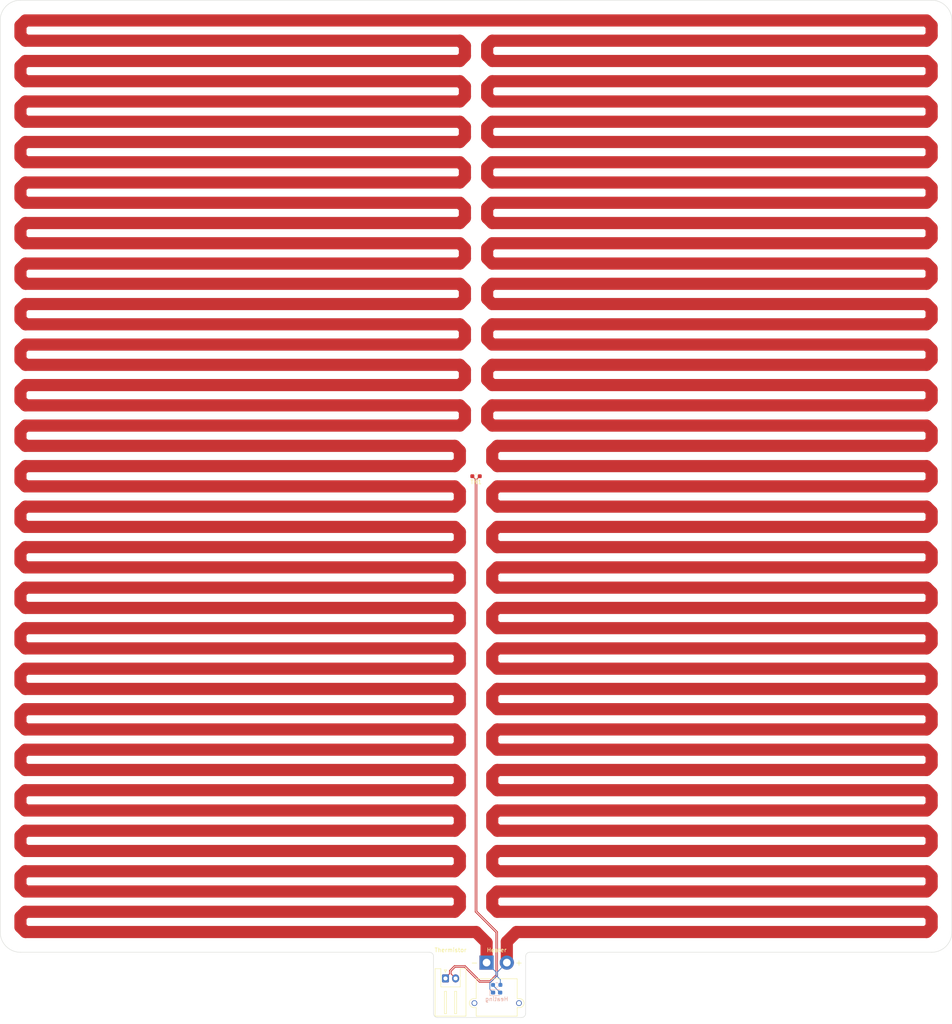
<source format=kicad_pcb>
(kicad_pcb (version 20221018) (generator pcbnew)
  (layers (0 "F.Cu" signal) (31 "B.Cu" signal) (34 "B.Paste" user) (35 "F.Paste" user) (36 "B.SilkS" user "B.Silkscreen") (37 "F.SilkS" user "F.Silkscreen") (38 "B.Mask" user) (39 "F.Mask" user) (44 "Edge.Cuts" user))
  (net 0 "")
  (net 1 "/heater")
  (net 2 "/TH+")
  (net 3 "/TH-")
  (net 4 "Net-(D1-Pad2)")
  (footprint "Connector_JST:JST_XH_S2B-XH-A_1x02_P2.50mm_Horizontal" (layer "F.Cu") (at -7.55 123.95)
    (fp_text reference "J2" hide)
    (fp_text value "Th")
    (fp_line (start -2.56 -2.41) (end -1.14 -2.41) (stroke (width 0.12)) (layer "F.SilkS"))
    (fp_line (start -2.56 9.31) (end -2.56 -2.41) (stroke (width 0.12)) (layer "F.SilkS"))
    (fp_line (start -1.14 -2.41) (end -1.14 2.09) (stroke (width 0.12)) (layer "F.SilkS"))
    (fp_line (start -1.14 2.09) (end 1.25 2.09) (stroke (width 0.12)) (layer "F.SilkS"))
    (fp_line (start -0.3 -2.1) (end 0.3 -2.1) (stroke (width 0.12)) (layer "F.SilkS"))
    (fp_line (start -0.25 3.2) (end -0.25 8.7) (stroke (width 0.12)) (layer "F.SilkS"))
    (fp_line (start -0.25 8.7) (end 0.25 8.7) (stroke (width 0.12)) (layer "F.SilkS"))
    (fp_line (start 0 -1.5) (end -0.3 -2.1) (stroke (width 0.12)) (layer "F.SilkS"))
    (fp_line (start 0.25 3.2) (end -0.25 3.2) (stroke (width 0.12)) (layer "F.SilkS"))
    (fp_line (start 0.25 8.7) (end 0.25 3.2) (stroke (width 0.12)) (layer "F.SilkS"))
    (fp_line (start 0.3 -2.1) (end 0 -1.5) (stroke (width 0.12)) (layer "F.SilkS"))
    (fp_line (start 1.25 9.31) (end -2.56 9.31) (stroke (width 0.12)) (layer "F.SilkS"))
    (fp_line (start 1.25 9.31) (end 5.06 9.31) (stroke (width 0.12)) (layer "F.SilkS"))
    (fp_line (start 2.25 3.2) (end 2.25 8.7) (stroke (width 0.12)) (layer "F.SilkS"))
    (fp_line (start 2.25 8.7) (end 2.75 8.7) (stroke (width 0.12)) (layer "F.SilkS"))
    (fp_line (start 2.75 3.2) (end 2.25 3.2) (stroke (width 0.12)) (layer "F.SilkS"))
    (fp_line (start 2.75 8.7) (end 2.75 3.2) (stroke (width 0.12)) (layer "F.SilkS"))
    (fp_line (start 3.64 -2.41) (end 3.64 2.09) (stroke (width 0.12)) (layer "F.SilkS"))
    (fp_line (start 3.64 2.09) (end 1.25 2.09) (stroke (width 0.12)) (layer "F.SilkS"))
    (fp_line (start 5.06 -2.41) (end 3.64 -2.41) (stroke (width 0.12)) (layer "F.SilkS"))
    (fp_line (start 5.06 9.31) (end 5.06 -2.41) (stroke (width 0.12)) (layer "F.SilkS"))
    (pad "1" thru_hole roundrect (at 0 0) (size 1.7 2) (drill 1) (layers "*.Cu" "*.Mask") (roundrect_rratio 0.1470588235) (net 3 "/TH-"))
    (pad "2" thru_hole oval (at 2.5 0) (size 1.7 2) (drill 1) (layers "*.Cu" "*.Mask") (net 2 "/TH+"))
  )
  (footprint "Resistor_SMD:R_0603_1608Metric_Pad0.98x0.95mm_HandSolder" (layer "F.Cu") (at 0 0 180)
    (fp_text reference "TH1" (at 0 -1.43) (layer "F.SilkS"))
    (fp_text value "Thermistor")
    (fp_line (start -0.254724 -0.5225) (end 0.254724 -0.5225) (stroke (width 0.12)) (layer "F.SilkS"))
    (fp_line (start -0.254724 0.5225) (end 0.254724 0.5225) (stroke (width 0.12)) (layer "F.SilkS"))
    (pad "1" smd roundrect (at -0.9125 0 180) (size 0.975 0.95) (layers "F.Cu" "F.Paste" "F.Mask") (net 2 "/TH+"))
    (pad "2" smd roundrect (at 0.9125 0 180) (size 0.975 0.95) (layers "F.Cu" "F.Paste" "F.Mask") (net 3 "/TH-"))
  )
  (footprint "Connector_AMASS:AMASS_XT30PW-M_1x02_P2.50mm_Horizontal" (layer "F.Cu") (at 2.6 120.05 180)
    (fp_text reference "J1" hide)
    (fp_text value "He")
    (fp_text user "-" (at 3 0) (layer "F.SilkS") (effects (font (size 1.5 1.5))))
    (fp_text user "+" (at -8 0) (layer "F.SilkS") (effects (font (size 1.5 1.5))))
    (fp_line (start -8.15 -11.11) (end -7.56 -11.11) (stroke (width 0.12)) (layer "F.SilkS"))
    (fp_line (start -8.15 -8.89) (end -7.56 -8.89) (stroke (width 0.12)) (layer "F.SilkS"))
    (fp_line (start -7.56 -13.21) (end -7.56 -11.11) (stroke (width 0.12)) (layer "F.SilkS"))
    (fp_line (start -7.56 -13.21) (end 2.56 -13.21) (stroke (width 0.12)) (layer "F.SilkS"))
    (fp_line (start -7.56 -8.89) (end -7.56 -3.99) (stroke (width 0.12)) (layer "F.SilkS"))
    (fp_line (start -7.56 -3.99) (end 2.56 -3.99) (stroke (width 0.12)) (layer "F.SilkS"))
    (fp_line (start 2.56 -13.21) (end 2.56 -11.11) (stroke (width 0.12)) (layer "F.SilkS"))
    (fp_line (start 2.56 -11.11) (end 3.15 -11.11) (stroke (width 0.12)) (layer "F.SilkS"))
    (fp_line (start 2.56 -8.89) (end 2.56 -3.99) (stroke (width 0.12)) (layer "F.SilkS"))
    (fp_line (start 2.56 -8.89) (end 3.15 -8.89) (stroke (width 0.12)) (layer "F.SilkS"))
    (fp_arc (start -8.15 -8.89) (mid -9.26 -10) (end -8.15 -11.11) (stroke (width 0.12)) (layer "F.SilkS"))
    (fp_arc (start 3.15 -11.11) (mid 4.26 -10) (end 3.15 -8.89) (stroke (width 0.12)) (layer "F.SilkS"))
    (pad "" thru_hole circle (at -8 -10 180) (size 1.4 1.4) (drill 1) (layers "*.Cu" "*.Mask"))
    (pad "" thru_hole circle (at 3 -10 180) (size 1.4 1.4) (drill 1) (layers "*.Cu" "*.Mask"))
    (pad "1" thru_hole rect (at 0 0 180) (size 3.5 3.5) (drill 1.9) (layers "*.Cu" "*.Mask") (net 1 "/heater"))
    (pad "2" thru_hole circle (at -5 0 180) (size 3.5 3.5) (drill 1.9) (layers "*.Cu" "*.Mask") (net 1 "/heater"))
  )
  (footprint "LED_SMD:LED_0603_1608Metric_Pad1.05x0.95mm_HandSolder" (layer "B.Cu") (at 5.0775 127.45)
    (fp_text reference "D1" hide)
    (fp_text value "status")
    (fp_line (start -1.66 -0.735) (end 0.8 -0.735) (stroke (width 0.12)) (layer "B.SilkS"))
    (fp_line (start -1.66 0.735) (end -1.66 -0.735) (stroke (width 0.12)) (layer "B.SilkS"))
    (fp_line (start 0.8 0.735) (end -1.66 0.735) (stroke (width 0.12)) (layer "B.SilkS"))
    (pad "1" smd roundrect (at -0.875 0) (size 1.05 0.95) (layers "B.Cu" "B.Paste" "B.Mask") (net 1 "/heater"))
    (pad "2" smd roundrect (at 0.875 0) (size 1.05 0.95) (layers "B.Cu" "B.Paste" "B.Mask") (net 4 "Net-(D1-Pad2)"))
  )
  (footprint "Resistor_SMD:R_0603_1608Metric_Pad0.98x0.95mm_HandSolder" (layer "B.Cu") (at 5.1 125.55 180)
    (fp_text reference "R1" hide)
    (fp_text value "680")
    (fp_line (start -0.254724 -0.5225) (end 0.254724 -0.5225) (stroke (width 0.12)) (layer "B.SilkS"))
    (fp_line (start -0.254724 0.5225) (end 0.254724 0.5225) (stroke (width 0.12)) (layer "B.SilkS"))
    (pad "1" smd roundrect (at -0.9125 0 180) (size 0.975 0.95) (layers "B.Cu" "B.Paste" "B.Mask") (net 1 "/heater"))
    (pad "2" smd roundrect (at 0.9125 0 180) (size 0.975 0.95) (layers "B.Cu" "B.Paste" "B.Mask") (net 4 "Net-(D1-Pad2)"))
  )
  (gr_line (start 117.5 -112.5) (end 117.5 112.5) (stroke (width 0.1)) (layer "Edge.Cuts"))
  (gr_arc (start 12.25 118.5) (mid 12.542893 117.792893) (end 13.25 117.5) (stroke (width 0.1)) (layer "Edge.Cuts"))
  (gr_arc (start -112.5 117.5) (mid -116.035534 116.035534) (end -117.5 112.5) (stroke (width 0.1)) (layer "Edge.Cuts"))
  (gr_arc (start 117.5 112.5) (mid 116.035534 116.035534) (end 112.5 117.5) (stroke (width 0.1)) (layer "Edge.Cuts"))
  (gr_arc (start -9.5 133.6) (mid -10.207107 133.307107) (end -10.5 132.6) (stroke (width 0.1)) (layer "Edge.Cuts"))
  (gr_line (start 13.25 117.5) (end 112.5 117.5) (stroke (width 0.1)) (layer "Edge.Cuts"))
  (gr_arc (start 12.25 132.6) (mid 11.957107 133.307107) (end 11.25 133.6) (stroke (width 0.1)) (layer "Edge.Cuts"))
  (gr_line (start 12.25 132.6) (end 12.25 118.5) (stroke (width 0.1)) (layer "Edge.Cuts"))
  (gr_line (start -9.5 133.6) (end 11.25 133.6) (stroke (width 0.1)) (layer "Edge.Cuts"))
  (gr_arc (start -117.5 -112.5) (mid -116.035534 -116.035534) (end -112.5 -117.5) (stroke (width 0.1)) (layer "Edge.Cuts"))
  (gr_line (start -10.5 118.5) (end -10.5 132.6) (stroke (width 0.1)) (layer "Edge.Cuts"))
  (gr_line (start -112.5 -117.5) (end 112.5 -117.5) (stroke (width 0.1)) (layer "Edge.Cuts"))
  (gr_line (start -117.5 -112.5) (end -117.5 112.5) (stroke (width 0.1)) (layer "Edge.Cuts"))
  (gr_line (start -112.5 117.5) (end -11.5 117.5) (stroke (width 0.1)) (layer "Edge.Cuts"))
  (gr_arc (start 112.5 -117.5) (mid 116.035534 -116.035534) (end 117.5 -112.5) (stroke (width 0.1)) (layer "Edge.Cuts"))
  (gr_arc (start -11.5 117.5) (mid -10.792893 117.792893) (end -10.5 118.5) (stroke (width 0.1)) (layer "Edge.Cuts"))
  (gr_text "Heating" (at 5.1 129.05) (layer "B.SilkS") (effects (font (size 1 1)) (justify mirror)))
  (gr_text "Heater" (at 5.1 116.95) (layer "F.SilkS") (effects (font (size 1 1))))
  (gr_text "Thermistor\n" (at -6.3 116.95) (layer "F.SilkS") (effects (font (size 1 1))))
  (segment (start -112.5 91.249999) (end -111.25 92.499999) (width 3) (layer "F.Cu") (net 1))
  (segment (start 111.25 2.499999) (end 112.5 1.249999) (width 3) (layer "F.Cu") (net 1))
  (segment (start -112.5 18.75) (end -112.5 21.249999) (width 3) (layer "F.Cu") (net 1))
  (segment (start 4 103.75) (end 5.25 102.5) (width 3) (layer "F.Cu") (net 1))
  (segment (start 111.25 22.499999) (end 112.5 21.249999) (width 3) (layer "F.Cu") (net 1))
  (segment (start -112.5 111.249999) (end -111.25 112.499999) (width 3) (layer "F.Cu") (net 1))
  (segment (start -112.5 68.75) (end -112.5 71.249999) (width 3) (layer "F.Cu") (net 1))
  (segment (start 5.25 42.5) (end 111.25 42.499999) (width 3) (layer "F.Cu") (net 1))
  (segment (start 111.25 67.5) (end 5.25 67.5) (width 3) (layer "F.Cu") (net 1))
  (segment (start -112.5 38.75) (end -112.5 41.249999) (width 3) (layer "F.Cu") (net 1))
  (segment (start -4 93.75) (end -4 96.25) (width 3) (layer "F.Cu") (net 1))
  (segment (start -5.25 92.5) (end -4 93.75) (width 3) (layer "F.Cu") (net 1))
  (segment (start -4 46.25) (end -5.25 47.5) (width 3) (layer "F.Cu") (net 1))
  (segment (start -4 63.75) (end -4 66.25) (width 3) (layer "F.Cu") (net 1))
  (segment (start 2.6 115.1) (end 2.6 120.05) (width 3) (layer "F.Cu") (net 1))
  (segment (start -4 -22.5) (end -111.25 -22.5) (width 3) (layer "F.Cu") (net 1))
  (segment (start 111.25 27.5) (end 5.25 27.5) (width 3) (layer "F.Cu") (net 1))
  (segment (start -4 -12.5) (end -111.25 -12.5) (width 3) (layer "F.Cu") (net 1))
  (segment (start 5.25 2.5) (end 111.25 2.499999) (width 3) (layer "F.Cu") (net 1))
  (segment (start 4 106.25) (end 4 103.75) (width 3) (layer "F.Cu") (net 1))
  (segment (start 112.5 -101.25) (end 111.25 -102.5) (width 3) (layer "F.Cu") (net 1))
  (segment (start 112.5 111.249999) (end 112.5 108.75) (width 3) (layer "F.Cu") (net 1))
  (segment (start -2.75 -103.75) (end -4 -102.5) (width 3) (layer "F.Cu") (net 1))
  (segment (start -111.25 -112.5) (end -112.5 -111.25) (width 3) (layer "F.Cu") (net 1))
  (segment (start -2.75 -16.25) (end -2.75 -13.75) (width 3) (layer "F.Cu") (net 1))
  (segment (start 112.5 1.249999) (end 112.5 -1.25) (width 3) (layer "F.Cu") (net 1))
  (segment (start 2.75 -46.25) (end 4 -47.5) (width 3) (layer "F.Cu") (net 1))
  (segment (start 111.25 -87.5) (end 112.5 -88.75) (width 3) (layer "F.Cu") (net 1))
  (segment (start -111.25 -37.5) (end -4 -37.5) (width 3) (layer "F.Cu") (net 1))
  (segment (start -2.75 -93.75) (end -4 -92.5) (width 3) (layer "F.Cu") (net 1))
  (segment (start 112.5 -111.25) (end 111.25 -112.5) (width 3) (layer "F.Cu") (net 1))
  (segment (start -4 -97.5) (end -2.75 -96.25) (width 3) (layer "F.Cu") (net 1))
  (segment (start -112.5 48.75) (end -112.5 51.249999) (width 3) (layer "F.Cu") (net 1))
  (segment (start 112.5 28.75) (end 111.25 27.5) (width 3) (layer "F.Cu") (net 1))
  (segment (start -111.25 112.499999) (end -0.000001 112.499999) (width 3) (layer "F.Cu") (net 1))
  (segment (start 112.5 -28.75) (end 112.5 -31.25) (width 3) (layer "F.Cu") (net 1))
  (segment (start 4 23.75) (end 5.25 22.5) (width 3) (layer "F.Cu") (net 1))
  (segment (start 2.75 -36.25) (end 4 -37.5) (width 3) (layer "F.Cu") (net 1))
  (segment (start -5.25 17.5) (end -111.25 17.5) (width 3) (layer "F.Cu") (net 1))
  (segment (start -0.000001 112.499999) (end 2.6 115.1) (width 3) (layer "F.Cu") (net 1))
  (segment (start 111.25 -72.5) (end 4 -72.5) (width 3) (layer "F.Cu") (net 1))
  (segment (start 112.5 8.75) (end 111.25 7.5) (width 3) (layer "F.Cu") (net 1))
  (segment (start -111.25 -27.5) (end -4 -27.5) (width 3) (layer "F.Cu") (net 1))
  (segment (start -112.5 -8.75) (end -111.25 -7.5) (width 3) (layer "F.Cu") (net 1))
  (segment (start 2.75 -96.25) (end 4 -97.5) (width 3) (layer "F.Cu") (net 1))
  (segment (start -5.25 47.5) (end -111.25 47.5) (width 3) (layer "F.Cu") (net 1))
  (segment (start 111.25 37.5) (end 5.25 37.5) (width 3) (layer "F.Cu") (net 1))
  (segment (start 112.5 -81.25) (end 111.25 -82.5) (width 3) (layer "F.Cu") (net 1))
  (segment (start 5.25 92.5) (end 111.25 92.499999) (width 3) (layer "F.Cu") (net 1))
  (segment (start 4 -42.5) (end 2.75 -43.75) (width 3) (layer "F.Cu") (net 1))
  (segment (start -112.5 -78.75) (end -111.25 -77.5) (width 3) (layer "F.Cu") (net 1))
  (segment (start -112.5 51.249999) (end -111.25 52.499999) (width 3) (layer "F.Cu") (net 1))
  (segment (start -112.5 78.75) (end -112.5 81.249999) (width 3) (layer "F.Cu") (net 1))
  (segment (start -4 -92.5) (end -111.25 -92.5) (width 3) (layer "F.Cu") (net 1))
  (segment (start -112.5 108.75) (end -112.5 111.249999) (width 3) (layer "F.Cu") (net 1))
  (segment (start -5.25 2.5) (end -4 3.75) (width 3) (layer "F.Cu") (net 1))
  (segment (start -112.5 98.75) (end -112.5 101.249999) (width 3) (layer "F.Cu") (net 1))
  (segment (start 112.5 -78.75) (end 112.5 -81.25) (width 3) (layer "F.Cu") (net 1))
  (segment (start 111.25 -2.5) (end 5.25 -2.5) (width 3) (layer "F.Cu") (net 1))
  (segment (start 4 93.75) (end 5.25 92.5) (width 3) (layer "F.Cu") (net 1))
  (segment (start 112.5 -68.75) (end 112.5 -71.25) (width 3) (layer "F.Cu") (net 1))
  (segment (start -111.25 -42.5) (end -112.5 -41.25) (width 3) (layer "F.Cu") (net 1))
  (segment (start 4 -37.5) (end 111.25 -37.5) (width 3) (layer "F.Cu") (net 1))
  (segment (start -112.5 -28.75) (end -111.25 -27.5) (width 3) (layer "F.Cu") (net 1))
  (segment (start -5.25 52.5) (end -4 53.75) (width 3) (layer "F.Cu") (net 1))
  (segment (start -111.25 -17.5) (end -4 -17.5) (width 3) (layer "F.Cu") (net 1))
  (segment (start 111.25 -92.5) (end 4 -92.5) (width 3) (layer "F.Cu") (net 1))
  (segment (start -5.25 32.5) (end -4 33.75) (width 3) (layer "F.Cu") (net 1))
  (segment (start -5.250001 62.499999) (end -4 63.75) (width 3) (layer "F.Cu") (net 1))
  (segment (start 112.5 101.249999) (end 112.5 98.75) (width 3) (layer "F.Cu") (net 1))
  (segment (start -111.25 -107.5) (end -4 -107.5) (width 3) (layer "F.Cu") (net 1))
  (segment (start 4 -72.5) (end 2.75 -73.75) (width 3) (layer "F.Cu") (net 1))
  (segment (start 112.5 -71.25) (end 111.25 -72.5) (width 3) (layer "F.Cu") (net 1))
  (segment (start 2.75 -33.75) (end 2.75 -36.25) (width 3) (layer "F.Cu") (net 1))
  (segment (start -5.25 7.5) (end -111.25 7.5) (width 3) (layer "F.Cu") (net 1))
  (segment (start 4 63.75) (end 5.250001 62.499999) (width 3) (layer "F.Cu") (net 1))
  (segment (start -4 -37.5) (end -2.75 -36.25) (width 3) (layer "F.Cu") (net 1))
  (segment (start -4 76.25) (end -5.25 77.5) (width 3) (layer "F.Cu") (net 1))
  (segment (start -112.5 81.249999) (end -111.25 82.499999) (width 3) (layer "F.Cu") (net 1))
  (segment (start 4 -92.5) (end 2.75 -93.75) (width 3) (layer "F.Cu") (net 1))
  (segment (start 4 -22.5) (end 2.75 -23.75) (width 3) (layer "F.Cu") (net 1))
  (segment (start 111.25 87.5) (end 5.25 87.5) (width 3) (layer "F.Cu") (net 1))
  (segment (start 4 33.75) (end 5.25 32.5) (width 3) (layer "F.Cu") (net 1))
  (segment (start -4 13.75) (end -4 16.25) (width 3) (layer "F.Cu") (net 1))
  (segment (start -112.5 -21.25) (end -112.5 -18.75) (width 3) (layer "F.Cu") (net 1))
  (segment (start 2.75 -73.75) (end 2.75 -76.25) (width 3) (layer "F.Cu") (net 1))
  (segment (start -111.25 -47.5) (end -4 -47.5) (width 3) (layer "F.Cu") (net 1))
  (segment (start 112.5 -61.25) (end 111.25 -62.5) (width 3) (layer "F.Cu") (net 1))
  (segment (start 4 86.25) (end 4 83.75) (width 3) (layer "F.Cu") (net 1))
  (segment (start -4 103.75) (end -4 106.25) (width 3) (layer "F.Cu") (net 1))
  (segment (start 4 -87.5) (end 111.25 -87.5) (width 3) (layer "F.Cu") (net 1))
  (segment (start -111.25 82.499999) (end -5.25 82.5) (width 3) (layer "F.Cu") (net 1))
  (segment (start -4 -62.5) (end -111.25 -62.5) (width 3) (layer "F.Cu") (net 1))
  (segment (start -5.25 77.5) (end -111.25 77.5) (width 3) (layer "F.Cu") (net 1))
  (segment (start -111.25 107.5) (end -112.5 108.75) (width 3) (layer "F.Cu") (net 1))
  (segment (start 5.25 -7.5) (end 111.25 -7.5) (width 3) (layer "F.Cu") (net 1))
  (segment (start 2.75 -63.75) (end 2.75 -66.25) (width 3) (layer "F.Cu") (net 1))
  (segment (start 2.75 -56.25) (end 4 -57.5) (width 3) (layer "F.Cu") (net 1))
  (segment (start 112.5 58.75) (end 111.25 57.5) (width 3) (layer "F.Cu") (net 1))
  (segment (start -111.25 42.499999) (end -5.25 42.5) (width 3) (layer "F.Cu") (net 1))
  (segment (start 5.25 12.5) (end 111.25 12.499999) (width 3) (layer "F.Cu") (net 1))
  (segment (start 112.5 68.75) (end 111.25 67.5) (width 3) (layer "F.Cu") (net 1))
  (segment (start -112.5 -108.75) (end -111.25 -107.5) (width 3) (layer "F.Cu") (net 1))
  (segment (start 112.5 21.249999) (end 112.5 18.75) (width 3) (layer "F.Cu") (net 1))
  (segment (start -4 -6.25) (end -4 -3.75) (width 3) (layer "F.Cu") (net 1))
  (segment (start -111.25 92.499999) (end -5.25 92.5) (width 3) (layer "F.Cu") (net 1))
  (segment (start 112.5 -11.25) (end 111.25 -12.5) (width 3) (layer "F.Cu") (net 1))
  (segment (start -5.25 -2.5) (end -111.25 -2.5) (width 3) (layer "F.Cu") (net 1))
  (segment (start 5.25 107.5) (end 4 106.25) (width 3) (layer "F.Cu") (net 1))
  (segment (start 5.25 72.5) (end 111.25 72.499999) (width 3) (layer "F.Cu") (net 1))
  (segment (start -2.75 -56.25) (end -2.75 -53.75) (width 3) (layer "F.Cu") (net 1))
  (segment (start 4 96.25) (end 4 93.75) (width 3) (layer "F.Cu") (net 1))
  (segment (start -112.5 -38.75) (end -111.25 -37.5) (width 3) (layer "F.Cu") (net 1))
  (segment (start 10.000001 112.499999) (end 111.25 112.499999) (width 3) (layer "F.Cu") (net 1))
  (segment (start -5.25 12.5) (end -4 13.75) (width 3) (layer "F.Cu") (net 1))
  (segment (start -111.25 -77.5) (end -4 -77.5) (width 3) (layer "F.Cu") (net 1))
  (segment (start 111.25 107.5) (end 5.25 107.5) (width 3) (layer "F.Cu") (net 1))
  (segment (start -112.5 -88.75) (end -111.25 -87.5) (width 3) (layer "F.Cu") (net 1))
  (segment (start -112.5 -51.25) (end -112.5 -48.75) (width 3) (layer "F.Cu") (net 1))
  (segment (start 4 26.25) (end 4 23.75) (width 3) (layer "F.Cu") (net 1))
  (segment (start 5.25 32.5) (end 111.25 32.499999) (width 3) (layer "F.Cu") (net 1))
  (segment (start 4 -67.5) (end 111.25 -67.5) (width 3) (layer "F.Cu") (net 1))
  (segment (start -112.5 -68.75) (end -111.25 -67.5) (width 3) (layer "F.Cu") (net 1))
  (segment (start 5.25 97.5) (end 4 96.25) (width 3) (layer "F.Cu") (net 1))
  (segment (start -111.25 32.499999) (end -5.25 32.5) (width 3) (layer "F.Cu") (net 1))
  (segment (start 112.5 -31.25) (end 111.25 -32.5) (width 3) (layer "F.Cu") (net 1))
  (segment (start -111.25 72.499999) (end -5.25 72.5) (width 3) (layer "F.Cu") (net 1))
  (segment (start -4 -82.5) (end -111.25 -82.5) (width 3) (layer "F.Cu") (net 1))
  (segment (start -111.25 2.499999) (end -5.25 2.5) (width 3) (layer "F.Cu") (net 1))
  (segment (start -111.25 77.5) (end -112.5 78.75) (width 3) (layer "F.Cu") (net 1))
  (segment (start -112.5 8.75) (end -112.5 11.249999) (width 3) (layer "F.Cu") (net 1))
  (segment (start 4 66.25) (end 4 63.75) (width 3) (layer "F.Cu") (net 1))
  (segment (start 111.25 47.5) (end 5.25 47.5) (width 3) (layer "F.Cu") (net 1))
  (segment (start -4 26.25) (end -5.25 27.5) (width 3) (layer "F.Cu") (net 1))
  (segment (start -111.25 12.499999) (end -5.25 12.5) (width 3) (layer "F.Cu") (net 1))
  (segment (start -4 -47.5) (end -2.75 -46.25) (width 3) (layer "F.Cu") (net 1))
  (segment (start -5.25 37.5) (end -111.25 37.5) (width 3) (layer "F.Cu") (net 1))
  (segment (start 112.5 18.75) (end 111.25 17.5) (width 3) (layer "F.Cu") (net 1))
  (segment (start 111.25 12.499999) (end 112.5 11.249999) (width 3) (layer "F.Cu") (net 1))
  (segment (start 112.5 81.249999) (end 112.5 78.75) (width 3) (layer "F.Cu") (net 1))
  (segment (start -111.25 52.499999) (end -5.25 52.5) (width 3) (layer "F.Cu") (net 1))
  (segment (start -111.25 17.5) (end -112.5 18.75) (width 3) (layer "F.Cu") (net 1))
  (segment (start 112.5 98.75) (end 111.25 97.5) (width 3) (layer "F.Cu") (net 1))
  (segment (start -111.25 -92.5) (end -112.5 -91.25) (width 3) (layer "F.Cu") (net 1))
  (segment (start 111.25 112.499999) (end 112.5 111.249999) (width 3) (layer "F.Cu") (net 1))
  (segment (start 112.5 108.75) (end 111.25 107.5) (width 3) (layer "F.Cu") (net 1))
  (segment (start 5.25 47.5) (end 4 46.25) (width 3) (layer "F.Cu") (net 1))
  (segment (start 112.5 38.75) (end 111.25 37.5) (width 3) (layer "F.Cu") (net 1))
  (segment (start 112.5 -1.25) (end 111.25 -2.5) (width 3) (layer "F.Cu") (net 1))
  (segment (start 5.25 22.5) (end 111.25 22.499999) (width 3) (layer "F.Cu") (net 1))
  (segment (start 2.75 -86.25) (end 4 -87.5) (width 3) (layer "F.Cu") (net 1))
  (segment (start -112.5 28.75) (end -112.5 31.249999) (width 3) (layer "F.Cu") (net 1))
  (segment (start -112.5 -58.75) (end -111.25 -57.5) (width 3) (layer "F.Cu") (net 1))
  (segment (start -112.5 1.249999) (end -111.25 2.499999) (width 3) (layer "F.Cu") (net 1))
  (segment (start 111.25 -27.5) (end 112.5 -28.75) (width 3) (layer "F.Cu") (net 1))
  (segment (start -2.75 -33.75) (end -4 -32.5) (width 3) (layer "F.Cu") (net 1))
  (segment (start 111.25 -42.5) (end 4 -42.5) (width 3) (layer "F.Cu") (net 1))
  (segment (start 4 46.25) (end 4 43.75) (width 3) (layer "F.Cu") (net 1))
  (segment (start 4 16.25) (end 4 13.75) (width 3) (layer "F.Cu") (net 1))
  (segment (start -112.5 -101.25) (end -112.5 -98.75) (width 3) (layer "F.Cu") (net 1))
  (segment (start -112.5 71.249999) (end -111.25 72.499999) (width 3) (layer "F.Cu") (net 1))
  (segment (start 4 -17.5) (end 111.25 -17.5) (width 3) (layer "F.Cu") (net 1))
  (segment (start 111.25 -102.5) (end 4 -102.5) (width 3) (layer "F.Cu") (net 1))
  (segment (start 4 -57.5) (end 111.25 -57.5) (width 3) (layer "F.Cu") (net 1))
  (segment (start 2.75 -76.25) (end 4 -77.5) (width 3) (layer "F.Cu") (net 1))
  (segment (start -2.75 -106.25) (end -2.75 -103.75) (width 3) (layer "F.Cu") (net 1))
  (segment (start 112.5 91.249999) (end 112.5 88.75) (width 3) (layer "F.Cu") (net 1))
  (segment (start 4 3.75) (end 5.25 2.5) (width 3) (layer "F.Cu") (net 1))
  (segment (start -111.25 -32.5) (end -112.5 -31.25) (width 3) (layer "F.Cu") (net 1))
  (segment (start -4 -27.5) (end -2.75 -26.25) (width 3) (layer "F.Cu") (net 1))
  (segment (start 111.25 -112.5) (end -111.25 -112.5) (width 3) (layer "F.Cu") (net 1))
  (segment (start -2.75 -53.75) (end -4 -52.5) (width 3) (layer "F.Cu") (net 1))
  (segment (start 111.25 -67.5) (end 112.5 -68.75) (width 3) (layer "F.Cu") (net 1))
  (segment (start -112.5 -41.25) (end -112.5 -38.75) (width 3) (layer "F.Cu") (net 1))
  (segment (start -5.25 67.5) (end -111.25 67.5) (width 3) (layer "F.Cu") (net 1))
  (segment (start 4 -107.5) (end 111.25 -107.5) (width 3) (layer "F.Cu") (net 1))
  (segment (start -112.5 -48.75) (end -111.25 -47.5) (width 3) (layer "F.Cu") (net 1))
  (segment (start 111.25 52.499999) (end 112.5 51.249999) (width 3) (layer "F.Cu") (net 1))
  (segment (start -5.25 87.5) (end -111.25 87.5) (width 3) (layer "F.Cu") (net 1))
  (segment (start -111.25 7.5) (end -112.5 8.75) (width 3) (layer "F.Cu") (net 1))
  (segment (start -5.25 97.5) (end -111.25 97.5) (width 3) (layer "F.Cu") (net 1))
  (segment (start 112.5 61.249999) (end 112.5 58.75) (width 3) (layer "F.Cu") (net 1))
  (segment (start 112.5 88.75) (end 111.25 87.5) (width 3) (layer "F.Cu") (net 1))
  (segment (start -2.75 -46.25) (end -2.75 -43.75) (width 3) (layer "F.Cu") (net 1))
  (segment (start 5.25 67.5) (end 4 66.25) (width 3) (layer "F.Cu") (net 1))
  (segment (start 112.5 -51.25) (end 111.25 -52.5) (width 3) (layer "F.Cu") (net 1))
  (segment (start 111.25 72.499999) (end 112.5 71.249999) (width 3) (layer "F.Cu") (net 1))
  (segment (start -4 -42.5) (end -111.25 -42.5) (width 3) (layer "F.Cu") (net 1))
  (segment (start 112.5 41.249999) (end 112.5 38.75) (width 3) (layer "F.Cu") (net 1))
  (segment (start 4 -62.5) (end 2.75 -63.75) (width 3) (layer "F.Cu") (net 1))
  (segment (start -112.5 21.249999) (end -111.25 22.499999) (width 3) (layer "F.Cu") (net 1))
  (segment (start 111.25 57.5) (end 5.25 57.5) (width 3) (layer "F.Cu") (net 1))
  (segment (start 4 -27.5) (end 111.25 -27.5) (width 3) (layer "F.Cu") (net 1))
  (segment (start -111.25 37.5) (end -112.5 38.75) (width 3) (layer "F.Cu") (net 1))
  (segment (start 111.25 97.5) (end 5.25 97.5) (width 3) (layer "F.Cu") (net 1))
  (segment (start -5.25 -7.5) (end -4 -6.25) (width 3) (layer "F.Cu") (net 1))
  (segment (start 4 -32.5) (end 2.75 -33.75) (width 3) (layer "F.Cu") (net 1))
  (segment (start -2.75 -83.75) (end -4 -82.5) (width 3) (layer "F.Cu") (net 1))
  (segment (start -4 -72.5) (end -111.25 -72.5) (width 3) (layer "F.Cu") (net 1))
  (segment (start 4 -102.5) (end 2.75 -103.75) (width 3) (layer "F.Cu") (net 1))
  (segment (start 4 76.25) (end 4 73.75) (width 3) (layer "F.Cu") (net 1))
  (segment (start 2.75 -26.25) (end 4 -27.5) (width 3) (layer "F.Cu") (net 1))
  (segment (start 4 73.75) (end 5.25 72.5) (width 3) (layer "F.Cu") (net 1))
  (segment (start -111.25 -22.5) (end -112.5 -21.25) (width 3) (layer "F.Cu") (net 1))
  (segment (start -111.25 -62.5) (end -112.5 -61.25) (width 3) (layer "F.Cu") (net 1))
  (segment (start 111.25 -62.5) (end 4 -62.5) (width 3) (layer "F.Cu") (net 1))
  (segment (start 5.25 82.5) (end 111.25 82.499999) (width 3) (layer "F.Cu") (net 1))
  (segment (start -2.75 -23.75) (end -4 -22.5) (width 3) (layer "F.Cu") (net 1))
  (segment (start 112.5 -58.75) (end 112.5 -61.25) (width 3) (layer "F.Cu") (net 1))
  (segment (start -111.25 27.5) (end -112.5 28.75) (width 3) (layer "F.Cu") (net 1))
  (segment (start 112.5 71.249999) (end 112.5 68.75) (width 3) (layer "F.Cu") (net 1))
  (segment (start 2.75 -93.75) (end 2.75 -96.25) (width 3) (layer "F.Cu") (net 1))
  (segment (start 111.25 -7.5) (end 112.5 -8.75) (width 3) (layer "F.Cu") (net 1))
  (segment (start -4 73.75) (end -4 76.25) (width 3) (layer "F.Cu") (net 1))
  (segment (start 4 36.25) (end 4 33.75) (width 3) (layer "F.Cu") (net 1))
  (segment (start 4 -82.5) (end 2.75 -83.75) (width 3) (layer "F.Cu") (net 1))
  (segment (start 4 43.75) (end 5.25 42.5) (width 3) (layer "F.Cu") (net 1))
  (segment (start 7.6 114.9) (end 10.000001 112.499999) (width 3) (layer "F.Cu") (net 1))
  (segment (start 4 -77.5) (end 111.25 -77.5) (width 3) (layer "F.Cu") (net 1))
  (segment (start -2.75 -43.75) (end -4 -42.5) (width 3) (layer "F.Cu") (net 1))
  (segment (start 5.25 17.5) (end 4 16.25) (width 3) (layer "F.Cu") (net 1))
  (segment (start -112.5 -71.25) (end -112.5 -68.75) (width 3) (layer "F.Cu") (net 1))
  (segment (start 112.5 -91.25) (end 111.25 -92.5) (width 3) (layer "F.Cu") (net 1))
  (segment (start 111.25 7.5) (end 5.25 7.5) (width 3) (layer "F.Cu") (net 1))
  (segment (start -4 56.25) (end -5.25 57.5) (width 3) (layer "F.Cu") (net 1))
  (segment (start -2.75 -13.75) (end -4 -12.5) (width 3) (layer "F.Cu") (net 1))
  (segment (start -111.25 -72.5) (end -112.5 -71.25) (width 3) (layer "F.Cu") (net 1))
  (segment (start -111.25 -12.5) (end -112.5 -11.25) (width 3) (layer "F.Cu") (net 1))
  (segment (start -4 23.75) (end -4 26.25) (width 3) (layer "F.Cu") (net 1))
  (segment (start 112.5 51.249999) (end 112.5 48.75) (width 3) (layer "F.Cu") (net 1))
  (segment (start -4 -102.5) (end -111.25 -102.5) (width 3) (layer "F.Cu") (net 1))
  (segment (start -111.25 87.5) (end -112.5 88.75) (width 3) (layer "F.Cu") (net 1))
  (segment (start 111.25 62.499999) (end 112.5 61.249999) (width 3) (layer "F.Cu") (net 1))
  (segment (start -111.25 -97.5) (end -4 -97.5) (width 3) (layer "F.Cu") (net 1))
  (segment (start 111.25 -107.5) (end 112.5 -108.75) (width 3) (layer "F.Cu") (net 1))
  (segment (start -5.25 82.5) (end -4 83.75) (width 3) (layer "F.Cu") (net 1))
  (segment (start -4 -87.5) (end -2.75 -86.25) (width 3) (layer "F.Cu") (net 1))
  (segment (start -111.25 47.5) (end -112.5 48.75) (width 3) (layer "F.Cu") (net 1))
  (segment (start 4 -3.75) (end 4 -6.25) (width 3) (layer "F.Cu") (net 1))
  (segment (start -2.75 -86.25) (end -2.75 -83.75) (width 3) (layer "F.Cu") (net 1))
  (segment (start 111.25 -82.5) (end 4 -82.5) (width 3) (layer "F.Cu") (net 1))
  (segment (start -4 86.25) (end -5.25 87.5) (width 3) (layer "F.Cu") (net 1))
  (segment (start -4 -52.5) (end -111.25 -52.5) (width 3) (layer "F.Cu") (net 1))
  (segment (start -112.5 -111.25) (end -112.5 -108.75) (width 3) (layer "F.Cu") (net 1))
  (segment (start -111.25 102.499999) (end -5.25 102.5) (width 3) (layer "F.Cu") (net 1))
  (segment (start -4 -77.5) (end -2.75 -76.25) (width 3) (layer "F.Cu") (net 1))
  (segment (start -112.5 11.249999) (end -111.25 12.499999) (width 3) (layer "F.Cu") (net 1))
  (segment (start -112.5 31.249999) (end -111.25 32.499999) (width 3) (layer "F.Cu") (net 1))
  (segment (start 112.5 -98.75) (end 112.5 -101.25) (width 3) (layer "F.Cu") (net 1))
  (segment (start 4 56.25) (end 4 53.75) (width 3) (layer "F.Cu") (net 1))
  (segment (start -111.25 57.5) (end -112.5 58.75) (width 3) (layer "F.Cu") (net 1))
  (segment (start 5.25 7.5) (end 4 6.25) (width 3) (layer "F.Cu") (net 1))
  (segment (start 2.75 -16.25) (end 4 -17.5) (width 3) (layer "F.Cu") (net 1))
  (segment (start 112.5 31.249999) (end 112.5 28.75) (width 3) (layer "F.Cu") (net 1))
  (segment (start 2.75 -53.75) (end 2.75 -56.25) (width 3) (layer "F.Cu") (net 1))
  (segment (start -111.25 -52.5) (end -112.5 -51.25) (width 3) (layer "F.Cu") (net 1))
  (segment (start -111.25 -102.5) (end -112.5 -101.25) (width 3) (layer "F.Cu") (net 1))
  (segment (start -2.75 -36.25) (end -2.75 -33.75) (width 3) (layer "F.Cu") (net 1))
  (segment (start -5.25 57.5) (end -111.25 57.5) (width 3) (layer "F.Cu") (net 1))
  (segment (start 2.75 -43.75) (end 2.75 -46.25) (width 3) (layer "F.Cu") (net 1))
  (segment (start -112.5 -81.25) (end -112.5 -78.75) (width 3) (layer "F.Cu") (net 1))
  (segment (start -111.25 -2.5) (end -112.5 -1.25) (width 3) (layer "F.Cu") (net 1))
  (segment (start 2.75 -66.25) (end 4 -67.5) (width 3) (layer "F.Cu") (net 1))
  (segment (start -112.5 -61.25) (end -112.5 -58.75) (width 3) (layer "F.Cu") (net 1))
  (segment (start -4 -57.5) (end -2.75 -56.25) (width 3) (layer "F.Cu") (net 1))
  (segment (start 111.25 17.5) (end 5.25 17.5) (width 3) (layer "F.Cu") (net 1))
  (segment (start 5.25 -2.5) (end 4 -3.75) (width 3) (layer "F.Cu") (net 1))
  (segment (start -112.5 -18.75) (end -111.25 -17.5) (width 3) (layer "F.Cu") (net 1))
  (segment (start -5.25 107.5) (end -111.25 107.5) (width 3) (layer "F.Cu") (net 1))
  (segment (start -4 -67.5) (end -2.75 -66.25) (width 3) (layer "F.Cu") (net 1))
  (segment (start -112.5 -91.25) (end -112.5 -88.75) (width 3) (layer "F.Cu") (net 1))
  (segment (start -4 36.25) (end -5.25 37.5) (width 3) (layer "F.Cu") (net 1))
  (segment (start -4 43.75) (end -4 46.25) (width 3) (layer "F.Cu") (net 1))
  (segment (start 111.25 -97.5) (end 112.5 -98.75) (width 3) (layer "F.Cu") (net 1))
  (segment (start 2.75 -106.25) (end 4 -107.5) (width 3) (layer "F.Cu") (net 1))
  (segment (start 111.25 42.499999) (end 112.5 41.249999) (width 3) (layer "F.Cu") (net 1))
  (segment (start -5.25 22.5) (end -4 23.75) (width 3) (layer "F.Cu") (net 1))
  (segment (start 2.75 -103.75) (end 2.75 -106.25) (width 3) (layer "F.Cu") (net 1))
  (segment (start 4 -47.5) (end 111.25 -47.5) (width 3) (layer "F.Cu") (net 1))
  (segment (start 111.25 -52.5) (end 4 -52.5) (width 3) (layer "F.Cu") (net 1))
  (segment (start -111.25 62.499999) (end -5.250001 62.499999) (width 3) (layer "F.Cu") (net 1))
  (segment (start 5.25 57.5) (end 4 56.25) (width 3) (layer "F.Cu") (net 1))
  (segment (start -5.25 27.5) (end -111.25 27.5) (width 3) (layer "F.Cu") (net 1))
  (segment (start 2.75 -23.75) (end 2.75 -26.25) (width 3) (layer "F.Cu") (net 1))
  (segment (start -4 33.75) (end -4 36.25) (width 3) (layer "F.Cu") (net 1))
  (segment (start 112.5 -41.25) (end 111.25 -42.5) (width 3) (layer "F.Cu") (net 1))
  (segment (start 111.25 -22.5) (end 4 -22.5) (width 3) (layer "F.Cu") (net 1))
  (segment (start -4 53.75) (end -4 56.25) (width 3) (layer "F.Cu") (net 1))
  (segment (start -4 66.25) (end -5.25 67.5) (width 3) (layer "F.Cu") (net 1))
  (segment (start -111.25 67.5) (end -112.5 68.75) (width 3) (layer "F.Cu") (net 1))
  (segment (start 4 -97.5) (end 111.25 -97.5) (width 3) (layer "F.Cu") (net 1))
  (segment (start 5.25 77.5) (end 4 76.25) (width 3) (layer "F.Cu") (net 1))
  (segment (start 111.25 -37.5) (end 112.5 -38.75) (width 3) (layer "F.Cu") (net 1))
  (segment (start -2.75 -63.75) (end -4 -62.5) (width 3) (layer "F.Cu") (net 1))
  (segment (start 111.25 82.499999) (end 112.5 81.249999) (width 3) (layer "F.Cu") (net 1))
  (segment (start -4 6.25) (end -5.25 7.5) (width 3) (layer "F.Cu") (net 1))
  (segment (start 112.5 78.75) (end 111.25 77.5) (width 3) (layer "F.Cu") (net 1))
  (segment (start -112.5 -1.25) (end -112.5 1.249999) (width 3) (layer "F.Cu") (net 1))
  (segment (start 112.5 -18.75) (end 112.5 -21.25) (width 3) (layer "F.Cu") (net 1))
  (segment (start -5.25 72.5) (end -4 73.75) (width 3) (layer "F.Cu") (net 1))
  (segment (start 111.25 -57.5) (end 112.5 -58.75) (width 3) (layer "F.Cu") (net 1))
  (segment (start 111.25 32.499999) (end 112.5 31.249999) (width 3) (layer "F.Cu") (net 1))
  (segment (start -111.25 -82.5) (end -112.5 -81.25) (width 3) (layer "F.Cu") (net 1))
  (segment (start 111.25 -77.5) (end 112.5 -78.75) (width 3) (layer "F.Cu") (net 1))
  (segment (start 4 13.75) (end 5.25 12.5) (width 3) (layer "F.Cu") (net 1))
  (segment (start -111.25 22.499999) (end -5.25 22.5) (width 3) (layer "F.Cu") (net 1))
  (segment (start -112.5 -31.25) (end -112.5 -28.75) (width 3) (layer "F.Cu") (net 1))
  (segment (start -2.75 -76.25) (end -2.75 -73.75) (width 3) (layer "F.Cu") (net 1))
  (segment (start 4 53.75) (end 5.25 52.5) (width 3) (layer "F.Cu") (net 1))
  (segment (start -111.25 97.5) (end -112.5 98.75) (width 3) (layer "F.Cu") (net 1))
  (segment (start -4 -3.75) (end -5.25 -2.5) (width 3) (layer "F.Cu") (net 1))
  (segment (start 2.75 -13.75) (end 2.75 -16.25) (width 3) (layer "F.Cu") (net 1))
  (segment (start -4 -17.5) (end -2.75 -16.25) (width 3) (layer "F.Cu") (net 1))
  (segment (start -4 106.25) (end -5.25 107.5) (width 3) (layer "F.Cu") (net 1))
  (segment (start -2.75 -26.25) (end -2.75 -23.75) (width 3) (layer "F.Cu") (net 1))
  (segment (start 5.25 87.5) (end 4 86.25) (width 3) (layer "F.Cu") (net 1))
  (segment (start 112.5 -88.75) (end 112.5 -91.25) (width 3) (layer "F.Cu") (net 1))
  (segment (start -111.25 -57.5) (end -4 -57.5) (width 3) (layer "F.Cu") (net 1))
  (segment (start 5.25 37.5) (end 4 36.25) (width 3) (layer "F.Cu") (net 1))
  (segment (start -112.5 101.249999) (end -111.25 102.499999) (width 3) (layer "F.Cu") (net 1))
  (segment (start 5.25 27.5) (end 4 26.25) (width 3) (layer "F.Cu") (net 1))
  (segment (start 4 -12.5) (end 2.75 -13.75) (width 3) (layer "F.Cu") (net 1))
  (segment (start 112.5 -38.75) (end 112.5 -41.25) (width 3) (layer "F.Cu") (net 1))
  (segment (start 112.5 -8.75) (end 112.5 -11.25) (width 3) (layer "F.Cu") (net 1))
  (segment (start 111.25 92.499999) (end 112.5 91.249999) (width 3) (layer "F.Cu") (net 1))
  (segment (start 112.5 11.249999) (end 112.5 8.75) (width 3) (layer "F.Cu") (net 1))
  (segment (start -4 16.25) (end -5.25 17.5) (width 3) (layer "F.Cu") (net 1))
  (segment (start 112.5 -21.25) (end 111.25 -22.5) (width 3) (layer "F.Cu") (net 1))
  (segment (start -112.5 58.75) (end -112.5 61.249999) (width 3) (layer "F.Cu") (net 1))
  (segment (start 111.25 77.5) (end 5.25 77.5) (width 3) (layer "F.Cu") (net 1))
  (segment (start -4 3.75) (end -4 6.25) (width 3) (layer "F.Cu") (net 1))
  (segment (start 7.6 114.9) (end 7.6 120.05) (width 3) (layer "F.Cu") (net 1))
  (segment (start -112.5 41.249999) (end -111.25 42.499999) (width 3) (layer "F.Cu") (net 1))
  (segment (start -4 -32.5) (end -111.25 -32.5) (width 3) (layer "F.Cu") (net 1))
  (segment (start 5.25 102.5) (end 111.25 102.499999) (width 3) (layer "F.Cu") (net 1))
  (segment (start -2.75 -73.75) (end -4 -72.5) (width 3) (layer "F.Cu") (net 1))
  (segment (start -4 83.75) (end -4 86.25) (width 3) (layer "F.Cu") (net 1))
  (segment (start -2.75 -96.25) (end -2.75 -93.75) (width 3) (layer "F.Cu") (net 1))
  (segment (start -2.75 -66.25) (end -2.75 -63.75) (width 3) (layer "F.Cu") (net 1))
  (segment (start -111.25 -7.5) (end -5.25 -7.5) (width 3) (layer "F.Cu") (net 1))
  (segment (start -5.25 102.5) (end -4 103.75) (width 3) (layer "F.Cu") (net 1))
  (segment (start 111.25 -12.5) (end 4 -12.5) (width 3) (layer "F.Cu") (net 1))
  (segment (start -4 -107.5) (end -2.75 -106.25) (width 3) (layer "F.Cu") (net 1))
  (segment (start 111.25 -17.5) (end 112.5 -18.75) (width 3) (layer "F.Cu") (net 1))
  (segment (start -5.25 42.5) (end -4 43.75) (width 3) (layer "F.Cu") (net 1))
  (segment (start 112.5 48.75) (end 111.25 47.5) (width 3) (layer "F.Cu") (net 1))
  (segment (start -111.25 -87.5) (end -4 -87.5) (width 3) (layer "F.Cu") (net 1))
  (segment (start 112.5 -48.75) (end 112.5 -51.25) (width 3) (layer "F.Cu") (net 1))
  (segment (start 111.25 -32.5) (end 4 -32.5) (width 3) (layer "F.Cu") (net 1))
  (segment (start -112.5 -11.25) (end -112.5 -8.75) (width 3) (layer "F.Cu") (net 1))
  (segment (start 112.5 -108.75) (end 112.5 -111.25) (width 3) (layer "F.Cu") (net 1))
  (segment (start 4 83.75) (end 5.25 82.5) (width 3) (layer "F.Cu") (net 1))
  (segment (start 2.75 -83.75) (end 2.75 -86.25) (width 3) (layer "F.Cu") (net 1))
  (segment (start -111.25 -67.5) (end -4 -67.5) (width 3) (layer "F.Cu") (net 1))
  (segment (start 4 -52.5) (end 2.75 -53.75) (width 3) (layer "F.Cu") (net 1))
  (segment (start -4 96.25) (end -5.25 97.5) (width 3) (layer "F.Cu") (net 1))
  (segment (start 4 6.25) (end 4 3.75) (width 3) (layer "F.Cu") (net 1))
  (segment (start 5.25 52.5) (end 111.25 52.499999) (width 3) (layer "F.Cu") (net 1))
  (segment (start 111.25 -47.5) (end 112.5 -48.75) (width 3) (layer "F.Cu") (net 1))
  (segment (start 111.25 102.499999) (end 112.5 101.249999) (width 3) (layer "F.Cu") (net 1))
  (segment (start -112.5 88.75) (end -112.5 91.249999) (width 3) (layer "F.Cu") (net 1))
  (segment (start -112.5 61.249999) (end -111.25 62.499999) (width 3) (layer "F.Cu") (net 1))
  (segment (start 5.250001 62.499999) (end 111.25 62.499999) (width 3) (layer "F.Cu") (net 1))
  (segment (start 4 -6.25) (end 5.25 -7.5) (width 3) (layer "F.Cu") (net 1))
  (segment (start -112.5 -98.75) (end -111.25 -97.5) (width 3) (layer "F.Cu") (net 1))
  (segment (start 4.9 123.55) (end 4.9 122.35) (width 0.2) (layer "B.Cu") (net 1))
  (segment (start 5.3 122.35) (end 5.3 123.55) (width 0.2) (layer "B.Cu") (net 1))
  (segment (start 5.3 123.55) (end 6.0125 124.2625) (width 0.2) (layer "B.Cu") (net 1))
  (segment (start 3.40048 125.04952) (end 4.9 123.55) (width 0.2) (layer "B.Cu") (net 1))
  (segment (start 4.2025 127.45) (end 3.40048 126.64798) (width 0.2) (layer "B.Cu") (net 1))
  (segment (start 6.0125 124.2625) (end 6.0125 125.55) (width 0.2) (layer "B.Cu") (net 1))
  (segment (start 3.40048 126.64798) (end 3.40048 125.04952) (width 0.2) (layer "B.Cu") (net 1))
  (segment (start 4.9 122.35) (end 2.6 120.05) (width 0.2) (layer "B.Cu") (net 1))
  (segment (start 7.6 120.05) (end 5.3 122.35) (width 0.2) (layer "B.Cu") (net 1))
  (segment (start -6.15 122.85) (end -6.15 122.182162) (width 0.2) (layer "F.Cu") (net 2))
  (segment (start 5.29952 123.215486) (end 5.29952 112.463802) (width 0.2) (layer "F.Cu") (net 2))
  (segment (start 0.2 107.363802) (end 0.19952 0.71298) (width 0.2) (layer "F.Cu") (net 2))
  (segment (start -5.167358 121.19952) (end -2.865486 121.19952) (width 0.2) (layer "F.Cu") (net 2))
  (segment (start -2.865486 121.19952) (end 0.834514 124.89952) (width 0.2) (layer "F.Cu") (net 2))
  (segment (start -5.05 123.95) (end -6.15 122.85) (width 0.2) (layer "F.Cu") (net 2))
  (segment (start 0.834514 124.89952) (end 3.615486 124.89952) (width 0.2) (layer "F.Cu") (net 2))
  (segment (start 5.29952 112.463802) (end 0.19952 107.363802) (width 0.2) (layer "F.Cu") (net 2))
  (segment (start 0.19952 0.71298) (end 0.9125 0) (width 0.2) (layer "F.Cu") (net 2))
  (segment (start -6.15 122.182162) (end -5.167358 121.19952) (width 0.2) (layer "F.Cu") (net 2))
  (segment (start 3.615486 124.89952) (end 5.29952 123.215486) (width 0.2) (layer "F.Cu") (net 2))
  (segment (start -0.9125 0) (end -0.2 0.7125) (width 0.2) (layer "F.Cu") (net 3))
  (segment (start 4.9 112.629288) (end 4.9 123.05) (width 0.2) (layer "F.Cu") (net 3))
  (segment (start -0.199999 107.529289) (end 4.9 112.629288) (width 0.2) (layer "F.Cu") (net 3))
  (segment (start -6.54952 122.79952) (end -7.55 123.8) (width 0.2) (layer "F.Cu") (net 3))
  (segment (start -0.2 0.7125) (end -0.199999 107.529289) (width 0.2) (layer "F.Cu") (net 3))
  (segment (start -2.7 120.8) (end -5.332844 120.8) (width 0.2) (layer "F.Cu") (net 3))
  (segment (start -7.55 123.8) (end -7.55 123.95) (width 0.2) (layer "F.Cu") (net 3))
  (segment (start 4.9 123.05) (end 3.45 124.5) (width 0.2) (layer "F.Cu") (net 3))
  (segment (start -6.54952 122.016676) (end -6.54952 122.79952) (width 0.2) (layer "F.Cu") (net 3))
  (segment (start 3.45 124.5) (end 1 124.5) (width 0.2) (layer "F.Cu") (net 3))
  (segment (start -5.332844 120.8) (end -6.54952 122.016676) (width 0.2) (layer "F.Cu") (net 3))
  (segment (start 1 124.5) (end -2.7 120.8) (width 0.2) (layer "F.Cu") (net 3))
  (segment (start 4.1875 125.55) (end 4.1875 125.685) (width 0.2) (layer "B.Cu") (net 4))
  (segment (start 4.1875 125.685) (end 5.9525 127.45) (width 0.2) (layer "B.Cu") (net 4))
)
</source>
